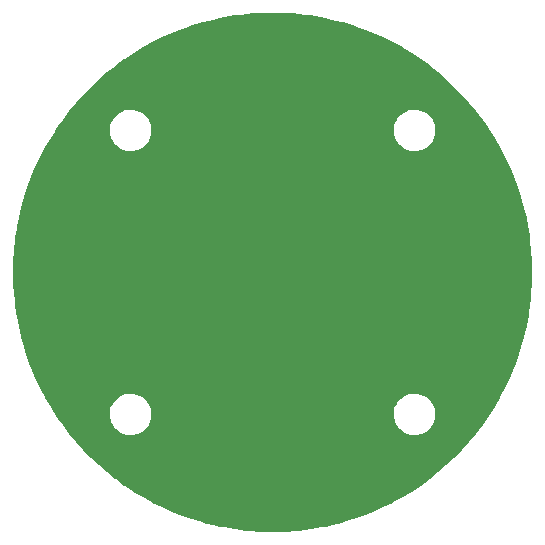
<source format=gtl>
%TF.GenerationSoftware,KiCad,Pcbnew,(6.0.4)*%
%TF.CreationDate,2022-04-07T13:37:56+02:00*%
%TF.ProjectId,LSB1 Bottom Plate,4c534231-2042-46f7-9474-6f6d20506c61,v1.0*%
%TF.SameCoordinates,Original*%
%TF.FileFunction,Copper,L1,Top*%
%TF.FilePolarity,Positive*%
%FSLAX46Y46*%
G04 Gerber Fmt 4.6, Leading zero omitted, Abs format (unit mm)*
G04 Created by KiCad (PCBNEW (6.0.4)) date 2022-04-07 13:37:56*
%MOMM*%
%LPD*%
G01*
G04 APERTURE LIST*
G04 APERTURE END LIST*
%TA.AperFunction,NonConductor*%
G36*
X55582705Y-38729337D02*
G01*
X56497554Y-38767681D01*
X56502812Y-38768012D01*
X56737685Y-38787734D01*
X57415289Y-38844634D01*
X57420538Y-38845186D01*
X57797652Y-38892827D01*
X58328973Y-38959949D01*
X58334160Y-38960713D01*
X59237058Y-39113427D01*
X59242220Y-39114412D01*
X59607682Y-39192093D01*
X60137909Y-39304797D01*
X60143047Y-39306003D01*
X61029922Y-39533714D01*
X61035005Y-39535133D01*
X61911602Y-39799793D01*
X61916621Y-39801424D01*
X62455521Y-39989088D01*
X62781348Y-40102553D01*
X62786272Y-40104384D01*
X63192834Y-40265353D01*
X63637665Y-40441474D01*
X63642530Y-40443519D01*
X64479037Y-40815956D01*
X64483812Y-40818203D01*
X65303984Y-41225340D01*
X65308661Y-41227785D01*
X66111078Y-41668918D01*
X66115648Y-41671557D01*
X66357059Y-41817760D01*
X66898883Y-42145900D01*
X66903317Y-42148714D01*
X67652736Y-42646627D01*
X67666002Y-42655441D01*
X67670336Y-42658453D01*
X68411129Y-43196671D01*
X68415333Y-43199862D01*
X69132942Y-43768631D01*
X69137008Y-43771995D01*
X69830155Y-44370304D01*
X69834077Y-44373835D01*
X70501566Y-45000649D01*
X70505336Y-45004341D01*
X71146024Y-45658589D01*
X71149637Y-45662437D01*
X71762312Y-46342883D01*
X71765761Y-46346878D01*
X72349430Y-47052412D01*
X72352708Y-47056548D01*
X72906332Y-47785921D01*
X72909434Y-47790190D01*
X73069437Y-48020404D01*
X73427901Y-48536165D01*
X73432023Y-48542096D01*
X73434943Y-48546492D01*
X73925572Y-49319601D01*
X73928306Y-49324115D01*
X74386139Y-50117104D01*
X74388682Y-50121729D01*
X74812916Y-50933215D01*
X74815262Y-50937942D01*
X75205125Y-51766442D01*
X75207272Y-51771263D01*
X75546696Y-52578720D01*
X75562111Y-52615392D01*
X75564047Y-52620282D01*
X75883237Y-53478555D01*
X75884972Y-53483539D01*
X76167926Y-54354384D01*
X76169451Y-54359436D01*
X76415688Y-55241357D01*
X76417001Y-55246469D01*
X76626098Y-56137960D01*
X76627195Y-56143122D01*
X76751656Y-56795566D01*
X76798774Y-57042568D01*
X76799651Y-57047750D01*
X76897246Y-57708660D01*
X76933416Y-57953603D01*
X76934078Y-57958839D01*
X77029794Y-58869519D01*
X77030235Y-58874778D01*
X77087729Y-59788625D01*
X77087950Y-59793898D01*
X77107127Y-60709365D01*
X77107127Y-60714643D01*
X77087950Y-61630110D01*
X77087729Y-61635383D01*
X77030235Y-62549230D01*
X77029795Y-62554474D01*
X76979053Y-63037260D01*
X76934078Y-63465169D01*
X76933419Y-63470382D01*
X76832657Y-64152740D01*
X76799654Y-64376237D01*
X76798774Y-64381440D01*
X76627195Y-65280886D01*
X76626098Y-65286048D01*
X76417001Y-66177539D01*
X76415688Y-66182651D01*
X76169451Y-67064572D01*
X76167926Y-67069624D01*
X75884972Y-67940469D01*
X75883241Y-67945443D01*
X75632581Y-68619447D01*
X75564054Y-68803709D01*
X75562111Y-68808616D01*
X75207272Y-69652745D01*
X75205125Y-69657566D01*
X74815262Y-70486066D01*
X74812916Y-70490793D01*
X74388682Y-71302279D01*
X74386139Y-71306904D01*
X73928306Y-72099893D01*
X73925572Y-72104407D01*
X73922500Y-72109248D01*
X73436010Y-72875835D01*
X73434943Y-72877516D01*
X73432033Y-72881897D01*
X73256917Y-73133856D01*
X72909434Y-73633818D01*
X72906332Y-73638087D01*
X72352708Y-74367460D01*
X72349430Y-74371596D01*
X71765761Y-75077130D01*
X71762312Y-75081125D01*
X71149637Y-75761571D01*
X71146024Y-75765419D01*
X70505336Y-76419667D01*
X70501566Y-76423359D01*
X69834077Y-77050173D01*
X69830155Y-77053704D01*
X69137008Y-77652013D01*
X69132945Y-77655375D01*
X68434977Y-78208576D01*
X68415333Y-78224146D01*
X68411129Y-78227337D01*
X67670336Y-78765555D01*
X67666002Y-78768567D01*
X66903317Y-79275294D01*
X66898883Y-79278108D01*
X66779072Y-79350668D01*
X66115648Y-79752451D01*
X66111078Y-79755090D01*
X65308661Y-80196223D01*
X65303984Y-80198668D01*
X64483812Y-80605805D01*
X64479037Y-80608052D01*
X63642530Y-80980489D01*
X63637665Y-80982534D01*
X62786272Y-81319624D01*
X62781348Y-81321455D01*
X62455521Y-81434920D01*
X61916621Y-81622584D01*
X61911602Y-81624215D01*
X61035005Y-81888875D01*
X61029922Y-81890294D01*
X60143047Y-82118005D01*
X60137909Y-82119211D01*
X59607682Y-82231915D01*
X59242220Y-82309596D01*
X59237058Y-82310581D01*
X58334160Y-82463295D01*
X58328973Y-82464059D01*
X57797652Y-82531181D01*
X57420538Y-82578822D01*
X57415289Y-82579374D01*
X56737685Y-82636274D01*
X56502812Y-82655996D01*
X56497554Y-82656327D01*
X55695758Y-82689933D01*
X55582704Y-82694671D01*
X55577428Y-82694782D01*
X54661736Y-82694782D01*
X54656460Y-82694671D01*
X54543406Y-82689933D01*
X53741610Y-82656327D01*
X53736352Y-82655996D01*
X53501479Y-82636274D01*
X52823875Y-82579374D01*
X52818626Y-82578822D01*
X52441512Y-82531181D01*
X51910191Y-82464059D01*
X51905004Y-82463295D01*
X51002106Y-82310581D01*
X50996944Y-82309596D01*
X50631482Y-82231915D01*
X50101255Y-82119211D01*
X50096117Y-82118005D01*
X49209242Y-81890294D01*
X49204159Y-81888875D01*
X48327562Y-81624215D01*
X48322543Y-81622584D01*
X47783643Y-81434920D01*
X47457816Y-81321455D01*
X47452892Y-81319624D01*
X46601499Y-80982534D01*
X46596634Y-80980489D01*
X45760127Y-80608052D01*
X45755352Y-80605805D01*
X44935180Y-80198668D01*
X44930503Y-80196223D01*
X44128086Y-79755090D01*
X44123516Y-79752451D01*
X43460092Y-79350668D01*
X43340281Y-79278108D01*
X43335847Y-79275294D01*
X42573162Y-78768567D01*
X42568828Y-78765555D01*
X41828035Y-78227337D01*
X41823831Y-78224146D01*
X41804187Y-78208576D01*
X41106219Y-77655375D01*
X41102156Y-77652013D01*
X40409009Y-77053704D01*
X40405087Y-77050173D01*
X39737598Y-76423359D01*
X39733828Y-76419667D01*
X39093140Y-75765419D01*
X39089527Y-75761571D01*
X38476852Y-75081125D01*
X38473403Y-75077130D01*
X37889734Y-74371596D01*
X37886456Y-74367460D01*
X37332832Y-73638087D01*
X37329730Y-73633818D01*
X36982247Y-73133856D01*
X36807131Y-72881897D01*
X36804221Y-72877516D01*
X36803155Y-72875835D01*
X36776904Y-72834470D01*
X41337043Y-72834470D01*
X41372289Y-73093453D01*
X41373597Y-73097939D01*
X41373597Y-73097941D01*
X41393283Y-73165479D01*
X41445428Y-73344382D01*
X41447388Y-73348635D01*
X41447389Y-73348636D01*
X41463214Y-73382963D01*
X41554853Y-73581743D01*
X41557416Y-73585652D01*
X41695595Y-73796411D01*
X41695599Y-73796416D01*
X41698161Y-73800324D01*
X41872203Y-73995321D01*
X42073155Y-74162452D01*
X42077158Y-74164881D01*
X42292607Y-74295619D01*
X42292611Y-74295621D01*
X42296604Y-74298044D01*
X42537640Y-74399118D01*
X42790968Y-74463456D01*
X42795619Y-74463924D01*
X42795623Y-74463925D01*
X42988493Y-74483346D01*
X43008052Y-74485315D01*
X43163539Y-74485315D01*
X43165864Y-74485142D01*
X43165870Y-74485142D01*
X43353185Y-74471222D01*
X43353189Y-74471221D01*
X43357837Y-74470876D01*
X43362385Y-74469847D01*
X43362391Y-74469846D01*
X43548786Y-74427668D01*
X43612762Y-74413192D01*
X43648954Y-74399118D01*
X43852009Y-74320155D01*
X43852012Y-74320154D01*
X43856362Y-74318462D01*
X44083283Y-74188766D01*
X44288542Y-74026953D01*
X44467628Y-73836578D01*
X44606781Y-73635991D01*
X44613944Y-73625666D01*
X44613946Y-73625663D01*
X44616609Y-73621824D01*
X44638469Y-73577497D01*
X44730145Y-73391596D01*
X44730146Y-73391593D01*
X44732210Y-73387408D01*
X44811892Y-73138480D01*
X44853906Y-72880508D01*
X44854509Y-72834470D01*
X65378673Y-72834470D01*
X65413919Y-73093453D01*
X65415227Y-73097939D01*
X65415227Y-73097941D01*
X65434913Y-73165479D01*
X65487058Y-73344382D01*
X65489018Y-73348635D01*
X65489019Y-73348636D01*
X65504844Y-73382963D01*
X65596483Y-73581743D01*
X65599046Y-73585652D01*
X65737225Y-73796411D01*
X65737229Y-73796416D01*
X65739791Y-73800324D01*
X65913833Y-73995321D01*
X66114785Y-74162452D01*
X66118788Y-74164881D01*
X66334237Y-74295619D01*
X66334241Y-74295621D01*
X66338234Y-74298044D01*
X66579270Y-74399118D01*
X66832598Y-74463456D01*
X66837249Y-74463924D01*
X66837253Y-74463925D01*
X67030123Y-74483346D01*
X67049682Y-74485315D01*
X67205169Y-74485315D01*
X67207494Y-74485142D01*
X67207500Y-74485142D01*
X67394815Y-74471222D01*
X67394819Y-74471221D01*
X67399467Y-74470876D01*
X67404015Y-74469847D01*
X67404021Y-74469846D01*
X67590416Y-74427668D01*
X67654392Y-74413192D01*
X67690584Y-74399118D01*
X67893639Y-74320155D01*
X67893642Y-74320154D01*
X67897992Y-74318462D01*
X68124913Y-74188766D01*
X68330172Y-74026953D01*
X68509258Y-73836578D01*
X68648411Y-73635991D01*
X68655574Y-73625666D01*
X68655576Y-73625663D01*
X68658239Y-73621824D01*
X68680099Y-73577497D01*
X68771775Y-73391596D01*
X68771776Y-73391593D01*
X68773840Y-73387408D01*
X68853522Y-73138480D01*
X68895536Y-72880508D01*
X68898957Y-72619160D01*
X68863711Y-72360177D01*
X68849288Y-72310692D01*
X68791883Y-72113747D01*
X68790572Y-72109248D01*
X68681147Y-71871887D01*
X68631998Y-71796922D01*
X68540405Y-71657219D01*
X68540401Y-71657214D01*
X68537839Y-71653306D01*
X68363797Y-71458309D01*
X68162845Y-71291178D01*
X68115659Y-71262545D01*
X67943393Y-71158011D01*
X67943389Y-71158009D01*
X67939396Y-71155586D01*
X67698360Y-71054512D01*
X67445032Y-70990174D01*
X67440381Y-70989706D01*
X67440377Y-70989705D01*
X67231086Y-70968631D01*
X67227948Y-70968315D01*
X67072461Y-70968315D01*
X67070136Y-70968488D01*
X67070130Y-70968488D01*
X66882815Y-70982408D01*
X66882811Y-70982409D01*
X66878163Y-70982754D01*
X66873615Y-70983783D01*
X66873609Y-70983784D01*
X66687214Y-71025962D01*
X66623238Y-71040438D01*
X66618886Y-71042130D01*
X66618884Y-71042131D01*
X66383991Y-71133475D01*
X66383988Y-71133476D01*
X66379638Y-71135168D01*
X66375584Y-71137485D01*
X66375582Y-71137486D01*
X66295619Y-71183189D01*
X66152717Y-71264864D01*
X65947458Y-71426677D01*
X65768372Y-71617052D01*
X65619391Y-71831806D01*
X65503790Y-72066222D01*
X65424108Y-72315150D01*
X65382094Y-72573122D01*
X65378673Y-72834470D01*
X44854509Y-72834470D01*
X44857327Y-72619160D01*
X44822081Y-72360177D01*
X44807658Y-72310692D01*
X44750253Y-72113747D01*
X44748942Y-72109248D01*
X44639517Y-71871887D01*
X44590368Y-71796922D01*
X44498775Y-71657219D01*
X44498771Y-71657214D01*
X44496209Y-71653306D01*
X44322167Y-71458309D01*
X44121215Y-71291178D01*
X44074029Y-71262545D01*
X43901763Y-71158011D01*
X43901759Y-71158009D01*
X43897766Y-71155586D01*
X43656730Y-71054512D01*
X43403402Y-70990174D01*
X43398751Y-70989706D01*
X43398747Y-70989705D01*
X43189456Y-70968631D01*
X43186318Y-70968315D01*
X43030831Y-70968315D01*
X43028506Y-70968488D01*
X43028500Y-70968488D01*
X42841185Y-70982408D01*
X42841181Y-70982409D01*
X42836533Y-70982754D01*
X42831985Y-70983783D01*
X42831979Y-70983784D01*
X42645584Y-71025962D01*
X42581608Y-71040438D01*
X42577256Y-71042130D01*
X42577254Y-71042131D01*
X42342361Y-71133475D01*
X42342358Y-71133476D01*
X42338008Y-71135168D01*
X42333954Y-71137485D01*
X42333952Y-71137486D01*
X42253989Y-71183189D01*
X42111087Y-71264864D01*
X41905828Y-71426677D01*
X41726742Y-71617052D01*
X41577761Y-71831806D01*
X41462160Y-72066222D01*
X41382478Y-72315150D01*
X41340464Y-72573122D01*
X41337043Y-72834470D01*
X36776904Y-72834470D01*
X36316664Y-72109248D01*
X36313592Y-72104407D01*
X36310858Y-72099893D01*
X35853025Y-71306904D01*
X35850482Y-71302279D01*
X35426248Y-70490793D01*
X35423902Y-70486066D01*
X35034039Y-69657566D01*
X35031892Y-69652745D01*
X34677053Y-68808616D01*
X34675110Y-68803709D01*
X34606584Y-68619447D01*
X34355923Y-67945443D01*
X34354192Y-67940469D01*
X34071238Y-67069624D01*
X34069713Y-67064572D01*
X33823476Y-66182651D01*
X33822163Y-66177539D01*
X33613066Y-65286048D01*
X33611969Y-65280886D01*
X33440390Y-64381440D01*
X33439510Y-64376237D01*
X33406507Y-64152740D01*
X33305745Y-63470382D01*
X33305086Y-63465169D01*
X33260112Y-63037260D01*
X33209369Y-62554474D01*
X33208929Y-62549230D01*
X33151435Y-61635383D01*
X33151214Y-61630110D01*
X33132037Y-60714643D01*
X33132037Y-60709365D01*
X33151214Y-59793898D01*
X33151435Y-59788625D01*
X33208929Y-58874778D01*
X33209370Y-58869519D01*
X33305086Y-57958839D01*
X33305748Y-57953603D01*
X33341919Y-57708660D01*
X33439513Y-57047750D01*
X33440390Y-57042568D01*
X33487509Y-56795566D01*
X33611969Y-56143122D01*
X33613066Y-56137960D01*
X33822163Y-55246469D01*
X33823476Y-55241357D01*
X34069713Y-54359436D01*
X34071238Y-54354384D01*
X34354192Y-53483539D01*
X34355927Y-53478555D01*
X34675117Y-52620282D01*
X34677053Y-52615392D01*
X34692469Y-52578720D01*
X35031892Y-51771263D01*
X35034039Y-51766442D01*
X35423902Y-50937942D01*
X35426248Y-50933215D01*
X35850482Y-50121729D01*
X35853025Y-50117104D01*
X36310858Y-49324115D01*
X36313592Y-49319601D01*
X36647884Y-48792840D01*
X41337043Y-48792840D01*
X41372289Y-49051823D01*
X41373597Y-49056309D01*
X41373597Y-49056311D01*
X41393283Y-49123849D01*
X41445428Y-49302752D01*
X41447388Y-49307005D01*
X41447389Y-49307006D01*
X41454224Y-49321833D01*
X41554853Y-49540113D01*
X41557416Y-49544022D01*
X41695595Y-49754781D01*
X41695599Y-49754786D01*
X41698161Y-49758694D01*
X41872203Y-49953691D01*
X42073155Y-50120822D01*
X42077158Y-50123251D01*
X42292607Y-50253989D01*
X42292611Y-50253991D01*
X42296604Y-50256414D01*
X42537640Y-50357488D01*
X42790968Y-50421826D01*
X42795619Y-50422294D01*
X42795623Y-50422295D01*
X42988493Y-50441716D01*
X43008052Y-50443685D01*
X43163539Y-50443685D01*
X43165864Y-50443512D01*
X43165870Y-50443512D01*
X43353185Y-50429592D01*
X43353189Y-50429591D01*
X43357837Y-50429246D01*
X43362385Y-50428217D01*
X43362391Y-50428216D01*
X43548786Y-50386038D01*
X43612762Y-50371562D01*
X43648954Y-50357488D01*
X43852009Y-50278525D01*
X43852012Y-50278524D01*
X43856362Y-50276832D01*
X44083283Y-50147136D01*
X44288542Y-49985323D01*
X44467628Y-49794948D01*
X44616609Y-49580194D01*
X44732210Y-49345778D01*
X44811892Y-49096850D01*
X44853906Y-48838878D01*
X44854509Y-48792840D01*
X65378673Y-48792840D01*
X65413919Y-49051823D01*
X65415227Y-49056309D01*
X65415227Y-49056311D01*
X65434913Y-49123849D01*
X65487058Y-49302752D01*
X65489018Y-49307005D01*
X65489019Y-49307006D01*
X65495854Y-49321833D01*
X65596483Y-49540113D01*
X65599046Y-49544022D01*
X65737225Y-49754781D01*
X65737229Y-49754786D01*
X65739791Y-49758694D01*
X65913833Y-49953691D01*
X66114785Y-50120822D01*
X66118788Y-50123251D01*
X66334237Y-50253989D01*
X66334241Y-50253991D01*
X66338234Y-50256414D01*
X66579270Y-50357488D01*
X66832598Y-50421826D01*
X66837249Y-50422294D01*
X66837253Y-50422295D01*
X67030123Y-50441716D01*
X67049682Y-50443685D01*
X67205169Y-50443685D01*
X67207494Y-50443512D01*
X67207500Y-50443512D01*
X67394815Y-50429592D01*
X67394819Y-50429591D01*
X67399467Y-50429246D01*
X67404015Y-50428217D01*
X67404021Y-50428216D01*
X67590416Y-50386038D01*
X67654392Y-50371562D01*
X67690584Y-50357488D01*
X67893639Y-50278525D01*
X67893642Y-50278524D01*
X67897992Y-50276832D01*
X68124913Y-50147136D01*
X68330172Y-49985323D01*
X68509258Y-49794948D01*
X68658239Y-49580194D01*
X68773840Y-49345778D01*
X68853522Y-49096850D01*
X68895536Y-48838878D01*
X68898957Y-48577530D01*
X68863711Y-48318547D01*
X68849288Y-48269062D01*
X68791883Y-48072117D01*
X68790572Y-48067618D01*
X68681147Y-47830257D01*
X68582157Y-47679272D01*
X68540405Y-47615589D01*
X68540401Y-47615584D01*
X68537839Y-47611676D01*
X68363797Y-47416679D01*
X68162845Y-47249548D01*
X68115659Y-47220915D01*
X67943393Y-47116381D01*
X67943389Y-47116379D01*
X67939396Y-47113956D01*
X67698360Y-47012882D01*
X67445032Y-46948544D01*
X67440381Y-46948076D01*
X67440377Y-46948075D01*
X67231086Y-46927001D01*
X67227948Y-46926685D01*
X67072461Y-46926685D01*
X67070136Y-46926858D01*
X67070130Y-46926858D01*
X66882815Y-46940778D01*
X66882811Y-46940779D01*
X66878163Y-46941124D01*
X66873615Y-46942153D01*
X66873609Y-46942154D01*
X66687214Y-46984332D01*
X66623238Y-46998808D01*
X66618886Y-47000500D01*
X66618884Y-47000501D01*
X66383991Y-47091845D01*
X66383988Y-47091846D01*
X66379638Y-47093538D01*
X66152717Y-47223234D01*
X65947458Y-47385047D01*
X65768372Y-47575422D01*
X65619391Y-47790176D01*
X65503790Y-48024592D01*
X65424108Y-48273520D01*
X65382094Y-48531492D01*
X65378673Y-48792840D01*
X44854509Y-48792840D01*
X44857327Y-48577530D01*
X44822081Y-48318547D01*
X44807658Y-48269062D01*
X44750253Y-48072117D01*
X44748942Y-48067618D01*
X44639517Y-47830257D01*
X44540527Y-47679272D01*
X44498775Y-47615589D01*
X44498771Y-47615584D01*
X44496209Y-47611676D01*
X44322167Y-47416679D01*
X44121215Y-47249548D01*
X44074029Y-47220915D01*
X43901763Y-47116381D01*
X43901759Y-47116379D01*
X43897766Y-47113956D01*
X43656730Y-47012882D01*
X43403402Y-46948544D01*
X43398751Y-46948076D01*
X43398747Y-46948075D01*
X43189456Y-46927001D01*
X43186318Y-46926685D01*
X43030831Y-46926685D01*
X43028506Y-46926858D01*
X43028500Y-46926858D01*
X42841185Y-46940778D01*
X42841181Y-46940779D01*
X42836533Y-46941124D01*
X42831985Y-46942153D01*
X42831979Y-46942154D01*
X42645584Y-46984332D01*
X42581608Y-46998808D01*
X42577256Y-47000500D01*
X42577254Y-47000501D01*
X42342361Y-47091845D01*
X42342358Y-47091846D01*
X42338008Y-47093538D01*
X42111087Y-47223234D01*
X41905828Y-47385047D01*
X41726742Y-47575422D01*
X41577761Y-47790176D01*
X41462160Y-48024592D01*
X41382478Y-48273520D01*
X41340464Y-48531492D01*
X41337043Y-48792840D01*
X36647884Y-48792840D01*
X36804221Y-48546492D01*
X36807141Y-48542096D01*
X36811264Y-48536165D01*
X37169727Y-48020404D01*
X37329730Y-47790190D01*
X37332832Y-47785921D01*
X37886456Y-47056548D01*
X37889734Y-47052412D01*
X38473403Y-46346878D01*
X38476852Y-46342883D01*
X39089527Y-45662437D01*
X39093140Y-45658589D01*
X39733828Y-45004341D01*
X39737598Y-45000649D01*
X40405087Y-44373835D01*
X40409009Y-44370304D01*
X41102156Y-43771995D01*
X41106222Y-43768631D01*
X41823831Y-43199862D01*
X41828035Y-43196671D01*
X42568828Y-42658453D01*
X42573162Y-42655441D01*
X42586428Y-42646627D01*
X43335847Y-42148714D01*
X43340281Y-42145900D01*
X43882105Y-41817760D01*
X44123516Y-41671557D01*
X44128086Y-41668918D01*
X44930503Y-41227785D01*
X44935180Y-41225340D01*
X45755352Y-40818203D01*
X45760127Y-40815956D01*
X46596634Y-40443519D01*
X46601499Y-40441474D01*
X47046330Y-40265353D01*
X47452892Y-40104384D01*
X47457816Y-40102553D01*
X47783643Y-39989088D01*
X48322543Y-39801424D01*
X48327562Y-39799793D01*
X49204159Y-39535133D01*
X49209242Y-39533714D01*
X50096117Y-39306003D01*
X50101255Y-39304797D01*
X50631482Y-39192093D01*
X50996944Y-39114412D01*
X51002106Y-39113427D01*
X51905004Y-38960713D01*
X51910191Y-38959949D01*
X52441512Y-38892827D01*
X52818626Y-38845186D01*
X52823875Y-38844634D01*
X53501479Y-38787734D01*
X53736352Y-38768012D01*
X53741610Y-38767681D01*
X54656459Y-38729337D01*
X54661736Y-38729226D01*
X55577428Y-38729226D01*
X55582705Y-38729337D01*
G37*
%TD.AperFunction*%
M02*

</source>
